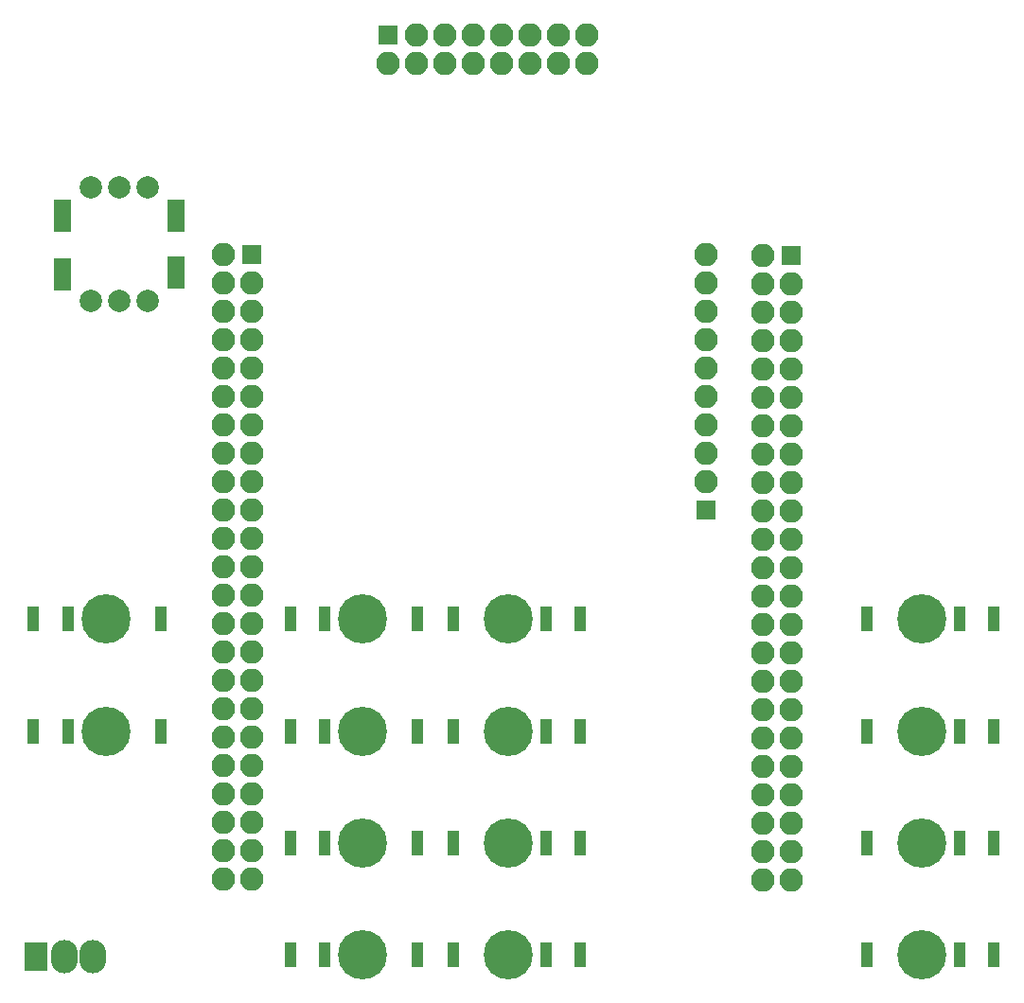
<source format=gbr>
G04 #@! TF.GenerationSoftware,KiCad,Pcbnew,(5.0.0-rc2-dev-787-g2d812c2)*
G04 #@! TF.CreationDate,2018-05-25T09:12:23+09:00*
G04 #@! TF.ProjectId,BLOCKSmodular-hardware,424C4F434B536D6F64756C61722D6861,rev?*
G04 #@! TF.SameCoordinates,Original*
G04 #@! TF.FileFunction,Soldermask,Bot*
G04 #@! TF.FilePolarity,Negative*
%FSLAX46Y46*%
G04 Gerber Fmt 4.6, Leading zero omitted, Abs format (unit mm)*
G04 Created by KiCad (PCBNEW (5.0.0-rc2-dev-787-g2d812c2)) date *
%MOMM*%
%LPD*%
G01*
G04 APERTURE LIST*
%ADD10R,1.500000X3.000000*%
%ADD11C,2.000000*%
%ADD12R,1.100000X2.300000*%
%ADD13C,4.400000*%
%ADD14R,1.700000X1.700000*%
%ADD15O,2.100000X2.100000*%
%ADD16R,2.000000X2.600000*%
%ADD17O,2.400000X3.000000*%
G04 APERTURE END LIST*
D10*
G04 #@! TO.C,SW1*
X67130000Y-47930000D03*
X67130000Y-53120000D03*
X77290000Y-53010000D03*
X77290000Y-47930000D03*
D11*
X74750000Y-45390000D03*
X72210000Y-45390000D03*
X69670000Y-45390000D03*
X69670000Y-55550000D03*
X74750000Y-55550000D03*
X72210000Y-55550000D03*
G04 #@! TD*
D12*
G04 #@! TO.C,J1*
X98920000Y-114000000D03*
X90620000Y-114000000D03*
X87520000Y-114000000D03*
D13*
X94000000Y-114000000D03*
G04 #@! TD*
D12*
G04 #@! TO.C,J2*
X102080000Y-114000000D03*
X110380000Y-114000000D03*
X113480000Y-114000000D03*
D13*
X107000000Y-114000000D03*
G04 #@! TD*
D12*
G04 #@! TO.C,J3*
X98920000Y-104000000D03*
X90620000Y-104000000D03*
X87520000Y-104000000D03*
D13*
X94000000Y-104000000D03*
G04 #@! TD*
D12*
G04 #@! TO.C,J5*
X102080000Y-104000000D03*
X110380000Y-104000000D03*
X113480000Y-104000000D03*
D13*
X107000000Y-104000000D03*
G04 #@! TD*
D12*
G04 #@! TO.C,J6*
X98920000Y-94000000D03*
X90620000Y-94000000D03*
X87520000Y-94000000D03*
D13*
X94000000Y-94000000D03*
G04 #@! TD*
D12*
G04 #@! TO.C,J7*
X102080000Y-94000000D03*
X110380000Y-94000000D03*
X113480000Y-94000000D03*
D13*
X107000000Y-94000000D03*
G04 #@! TD*
D12*
G04 #@! TO.C,J8*
X98920000Y-84000000D03*
X90620000Y-84000000D03*
X87520000Y-84000000D03*
D13*
X94000000Y-84000000D03*
G04 #@! TD*
D12*
G04 #@! TO.C,J9*
X102080000Y-84000000D03*
X110380000Y-84000000D03*
X113480000Y-84000000D03*
D13*
X107000000Y-84000000D03*
G04 #@! TD*
D12*
G04 #@! TO.C,J11*
X75920000Y-94000000D03*
X67620000Y-94000000D03*
X64520000Y-94000000D03*
D13*
X71000000Y-94000000D03*
G04 #@! TD*
D12*
G04 #@! TO.C,J14*
X139080000Y-104000000D03*
X147380000Y-104000000D03*
X150480000Y-104000000D03*
D13*
X144000000Y-104000000D03*
G04 #@! TD*
D14*
G04 #@! TO.C,J4*
X124730000Y-74230000D03*
D15*
X124730000Y-71690000D03*
X124730000Y-69150000D03*
X124730000Y-66610000D03*
X124730000Y-64070000D03*
X124730000Y-61530000D03*
X124730000Y-58990000D03*
X124730000Y-56450000D03*
X124730000Y-53910000D03*
X124730000Y-51370000D03*
G04 #@! TD*
D12*
G04 #@! TO.C,J19*
X139080000Y-84000000D03*
X147380000Y-84000000D03*
X150480000Y-84000000D03*
D13*
X144000000Y-84000000D03*
G04 #@! TD*
D12*
G04 #@! TO.C,J12*
X75920000Y-84000000D03*
X67620000Y-84000000D03*
X64520000Y-84000000D03*
D13*
X71000000Y-84000000D03*
G04 #@! TD*
D12*
G04 #@! TO.C,J13*
X139080000Y-114000000D03*
X147380000Y-114000000D03*
X150480000Y-114000000D03*
D13*
X144000000Y-114000000D03*
G04 #@! TD*
D14*
G04 #@! TO.C,J17*
X96310000Y-31740000D03*
D15*
X96310000Y-34280000D03*
X98850000Y-31740000D03*
X98850000Y-34280000D03*
X101390000Y-31740000D03*
X101390000Y-34280000D03*
X103930000Y-31740000D03*
X103930000Y-34280000D03*
X106470000Y-31740000D03*
X106470000Y-34280000D03*
X109010000Y-31740000D03*
X109010000Y-34280000D03*
X111550000Y-31740000D03*
X111550000Y-34280000D03*
X114090000Y-31740000D03*
X114090000Y-34280000D03*
G04 #@! TD*
D14*
G04 #@! TO.C,J15*
X84060000Y-51390000D03*
D15*
X81520000Y-51390000D03*
X84060000Y-53930000D03*
X81520000Y-53930000D03*
X84060000Y-56470000D03*
X81520000Y-56470000D03*
X84060000Y-59010000D03*
X81520000Y-59010000D03*
X84060000Y-61550000D03*
X81520000Y-61550000D03*
X84060000Y-64090000D03*
X81520000Y-64090000D03*
X84060000Y-66630000D03*
X81520000Y-66630000D03*
X84060000Y-69170000D03*
X81520000Y-69170000D03*
X84060000Y-71710000D03*
X81520000Y-71710000D03*
X84060000Y-74250000D03*
X81520000Y-74250000D03*
X84060000Y-76790000D03*
X81520000Y-76790000D03*
X84060000Y-79330000D03*
X81520000Y-79330000D03*
X84060000Y-81870000D03*
X81520000Y-81870000D03*
X84060000Y-84410000D03*
X81520000Y-84410000D03*
X84060000Y-86950000D03*
X81520000Y-86950000D03*
X84060000Y-89490000D03*
X81520000Y-89490000D03*
X84060000Y-92030000D03*
X81520000Y-92030000D03*
X84060000Y-94570000D03*
X81520000Y-94570000D03*
X84060000Y-97110000D03*
X81520000Y-97110000D03*
X84060000Y-99650000D03*
X81520000Y-99650000D03*
X84060000Y-102190000D03*
X81520000Y-102190000D03*
X84060000Y-104730000D03*
X81520000Y-104730000D03*
X84060000Y-107270000D03*
X81520000Y-107270000D03*
G04 #@! TD*
D14*
G04 #@! TO.C,J16*
X132330000Y-51410000D03*
D15*
X129790000Y-51410000D03*
X132330000Y-53950000D03*
X129790000Y-53950000D03*
X132330000Y-56490000D03*
X129790000Y-56490000D03*
X132330000Y-59030000D03*
X129790000Y-59030000D03*
X132330000Y-61570000D03*
X129790000Y-61570000D03*
X132330000Y-64110000D03*
X129790000Y-64110000D03*
X132330000Y-66650000D03*
X129790000Y-66650000D03*
X132330000Y-69190000D03*
X129790000Y-69190000D03*
X132330000Y-71730000D03*
X129790000Y-71730000D03*
X132330000Y-74270000D03*
X129790000Y-74270000D03*
X132330000Y-76810000D03*
X129790000Y-76810000D03*
X132330000Y-79350000D03*
X129790000Y-79350000D03*
X132330000Y-81890000D03*
X129790000Y-81890000D03*
X132330000Y-84430000D03*
X129790000Y-84430000D03*
X132330000Y-86970000D03*
X129790000Y-86970000D03*
X132330000Y-89510000D03*
X129790000Y-89510000D03*
X132330000Y-92050000D03*
X129790000Y-92050000D03*
X132330000Y-94590000D03*
X129790000Y-94590000D03*
X132330000Y-97130000D03*
X129790000Y-97130000D03*
X132330000Y-99670000D03*
X129790000Y-99670000D03*
X132330000Y-102210000D03*
X129790000Y-102210000D03*
X132330000Y-104750000D03*
X129790000Y-104750000D03*
X132330000Y-107290000D03*
X129790000Y-107290000D03*
G04 #@! TD*
D12*
G04 #@! TO.C,J18*
X139080000Y-94000000D03*
X147380000Y-94000000D03*
X150480000Y-94000000D03*
D13*
X144000000Y-94000000D03*
G04 #@! TD*
D16*
G04 #@! TO.C,J10*
X64740000Y-114170000D03*
D17*
X67280000Y-114170000D03*
X69820000Y-114170000D03*
G04 #@! TD*
M02*

</source>
